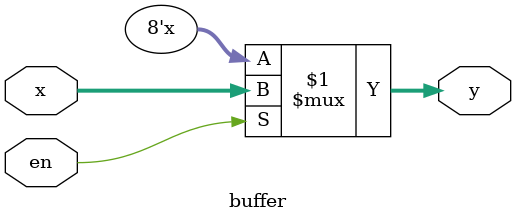
<source format=sv>
module dataPath (
    input  logic       clk,
    input  logic       rst,
    input  logic       nSel,
    input  logic       sumSel,
    input  logic       adderMuxSel,
    input  logic       nEn,
    input  logic       sumEn,
    input  logic       outBuf,
    output logic       nlt10,
    output logic [7:0] o_sum
);

    logic [7:0] d_sum, d_n;
    logic [7:0] q_sum, q_n;
    logic [7:0] o_adder;
    logic [7:0] adderSelmuxOut;
    
    mux2X1_8bit mux_sum (
        .sel(sumSel),
        .x0 (8'h00),
        .x1 (o_adder),
        .y  (d_sum)
    );


    mux2X1_8bit mux_n (
        .sel(nSel),
        .x0 (8'h00),
        .x1 (o_adder),
        .y  (d_n)
    );

    register REG_sum (
        .clk(clk),
        .rst(rst),
        .en (sumEn),
        .d  (d_sum),
        .q  (q_sum)
    );


    register REG_n (
        .clk(clk),
        .rst(rst),
        .en (nEn),
        .d  (d_n),
        .q  (q_n)
    );

    mux2X1_8bit adderSelMux (
        .sel(adderMuxSel),
        .x0 (8'h01),
        .x1 (q_sum),
        .y  (adderSelmuxOut)
    );

    adder ADDER (
        .a(adderSelmuxOut),
        .b(q_n),
        .y(o_adder)
    );


    comparator COMP (
        .a (q_n),
        .b (8'h0B),
        .lt(nlt10)
    );

    buffer BUF (
        .en(outBuf),
        .x (q_sum),
        .y (o_sum)
    );

endmodule

module mux2X1_8bit (
    input logic sel,
    input logic [7:0] x0,
    input logic [7:0] x1,
    output logic [7:0] y
);

    assign y = sel ? x1 : x0;


endmodule


module register (
    input logic clk,
    input logic rst,
    input logic en,
    input logic [7:0] d,
    output logic [7:0] q
);

    always_ff @(posedge clk, posedge rst) begin
        if (rst) begin
            q <= 0;
        end else begin
            if (en) begin
                q <= d;
            end
        end
    end

endmodule


module adder (
    input  logic [7:0] a,
    input  logic [7:0] b,
    output logic [7:0] y
);
    assign y = a + b;

endmodule

module comparator (
    input logic [7:0] a,
    input logic [7:0] b,
    output logic lt
);

    assign lt = a < b;
endmodule


module buffer (
    input logic en,
    input logic [7:0] x,
    output logic [7:0] y
);
    assign y = en ? x : 8'hxx;
endmodule

</source>
